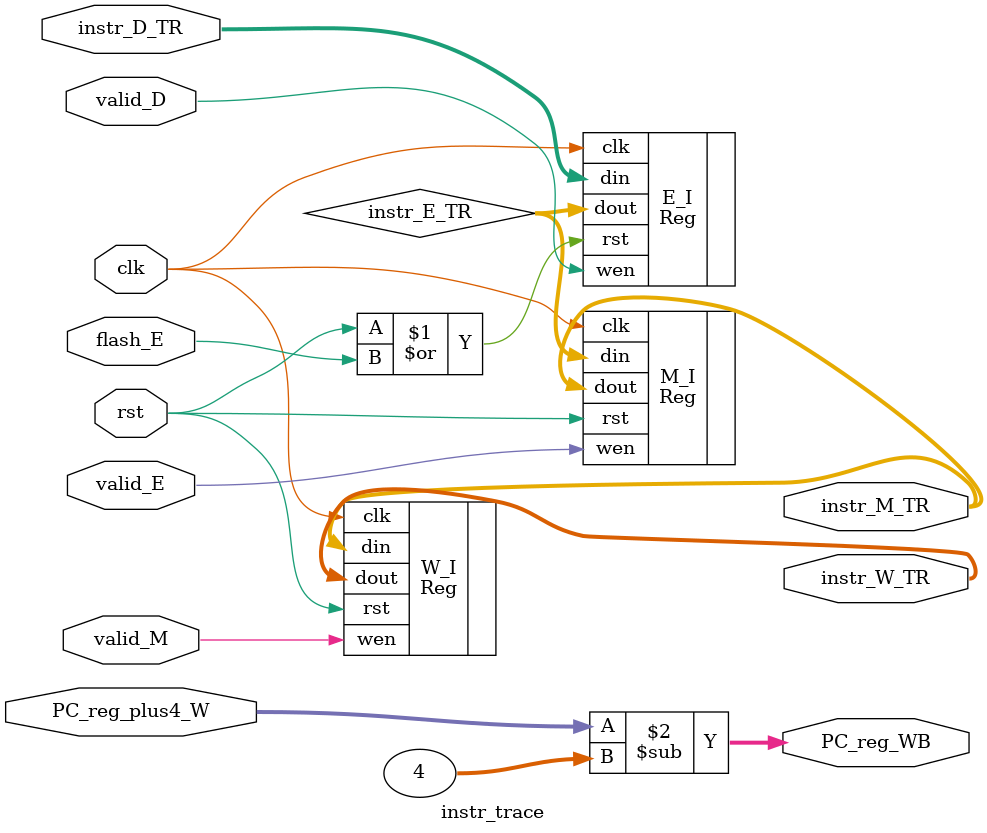
<source format=v>
module instr_trace(
    input clk,
    input rst,
    input [31:0] instr_D_TR,
    input valid_D,
    input valid_E,
    input valid_M,
    input [31:0] PC_reg_plus4_W,
    input flash_E,

    output [31:0] instr_W_TR,
    output [31:0] instr_M_TR,
    output [31:0] PC_reg_WB
);
    wire [31:0] instr_E_TR;
    //wire [31:0] instr_M_TR;

    Reg #(32,0)E_I  (
        .clk(clk),
        .rst(rst|flash_E),
        .din(instr_D_TR),
        .dout(instr_E_TR),
        .wen(valid_D)
    );
    Reg#(32,0) M_I  (
        .clk(clk),
        .rst(rst),
        .din(instr_E_TR),
        .dout(instr_M_TR),
        .wen(valid_E)
    );
    Reg #(32,0)W_I  (
        .clk(clk),
        .rst(rst),
        .din(instr_M_TR),
        .dout(instr_W_TR),
        .wen(valid_M)
    );
    assign PC_reg_WB = PC_reg_plus4_W-32'd4;
endmodule

</source>
